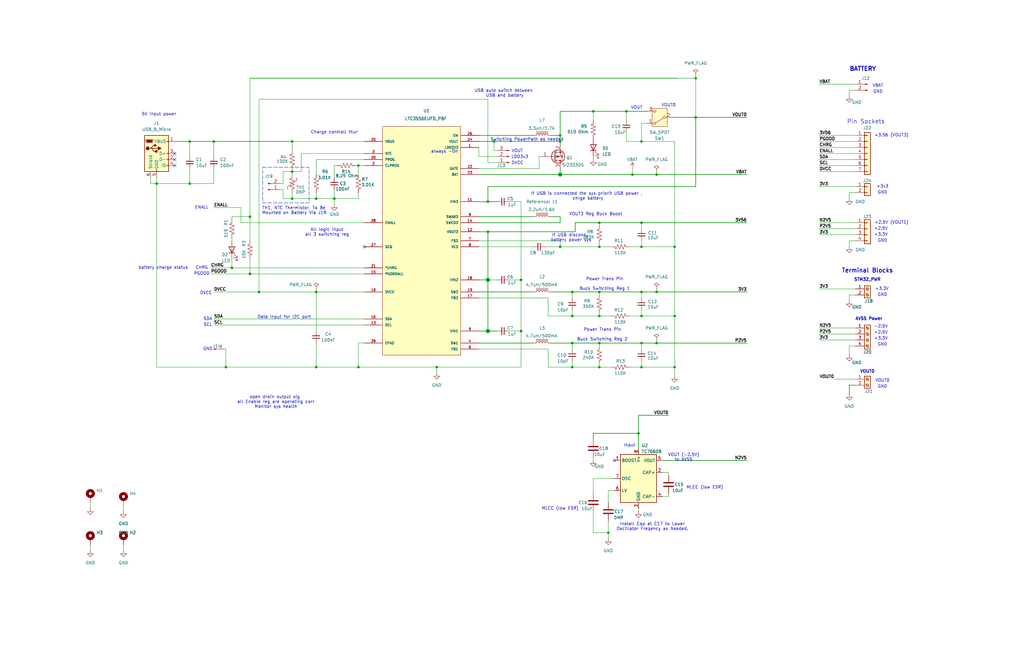
<source format=kicad_sch>
(kicad_sch (version 20250114) (generator "eeschema") (generator_version "9.0")
  (paper "B")
  (title_block (title "LTC3556EUFD_PBF") (date "11/11/2024") (rev "1.1") (company "Team 9") (comment 1 "Kirk Young"))
  (rectangle (start 110.744 70.612) (end 130.302 85.598) (stroke (width 0) (type dash)))
  (text "Power Trans Pin\n\nBuck Switching Reg 2" (at 254 141.224 0) (effects (font (size 1.27 1.27))))
  (text "GND" (at 372.11 163.195 0) (effects (font (size 1.27 1.27))))
  (text "GND" (at 372.11 124.46 0) (effects (font (size 1.27 1.27))))
  (text "+3.3V" (at 371.475 142.875 0) (effects (font (size 1.27 1.27))))
  (text "Charge controll thur" (at 140.97 55.88 0) (effects (font (size 1.27 1.27))))
  (text "Data input for I2C port" (at 119.888 133.858 0) (effects (font (size 1.27 1.27))))
  (text "VOUT" (at 218.186 63.754 0) (effects (font (size 1.27 1.27))))
  (text "AVSS Power" (at 366.395 134.62 0) (effects (font (size 1.27 1.27) (thickness 0.254) (bold yes))))
  (text "GND" (at 372.11 101.6 0) (effects (font (size 1.27 1.27))))
  (text "+2.5V" (at 371.475 96.52 0) (effects (font (size 1.27 1.27))))
  (text "LDO3v3" (at 219.202 66.294 0) (effects (font (size 1.27 1.27))))
  (text "BATTERY" (at 363.855 29.21 0) (effects (font (size 1.778 1.778) (thickness 0.3556) (bold yes))))
  (text "VOUT\n" (at 268.478 45.466 0) (effects (font (size 1.27 1.27))))
  (text "SDA" (at 87.63 134.62 0) (effects (font (size 1.27 1.27))))
  (text "If USB is connected the sys priorit USB power , \nchrge battery" (at 247.904 82.804 0) (effects (font (size 1.27 1.27))))
  (text "Input" (at 265.43 187.96 0) (effects (font (size 1.27 1.27))))
  (text "MLCC (low ESR)" (at 236.22 214.63 0) (effects (font (size 1.27 1.27))))
  (text "VOUT0\n" (at 365.76 156.845 0) (effects (font (size 1.27 1.27) (thickness 0.254) (bold yes))))
  (text "VOUT0\n" (at 281.94 44.45 0) (effects (font (size 1.27 1.27))))
  (text "+3v3" (at 372.11 78.74 0) (effects (font (size 1.27 1.27))))
  (text "always -On" (at 187.452 64.008 0) (effects (font (size 1.27 1.27))))
  (text "DVCC" (at 86.868 123.698 0) (effects (font (size 1.27 1.27))))
  (text "+3.3V" (at 371.475 99.06 0) (effects (font (size 1.27 1.27))))
  (text "+2.5V" (at 371.475 140.335 0) (effects (font (size 1.27 1.27))))
  (text "+3.3V" (at 368.935 121.92 0) (effects (font (size 1.27 1.27)) (justify left)))
  (text "-2.5V" (at 371.475 137.795 0) (effects (font (size 1.27 1.27))))
  (text "All logic input\nall 3 switching reg" (at 137.922 98.044 0) (effects (font (size 1.27 1.27))))
  (text "VOUT0\n" (at 372.11 160.655 0) (effects (font (size 1.27 1.27) (thickness 0.1588))))
  (text "GND" (at 370.205 38.735 0) (effects (font (size 1.27 1.27))))
  (text "SCL" (at 87.63 137.16 0) (effects (font (size 1.27 1.27))))
  (text "TH1, NTC Thermistor, To Be\nMounted on Battery Via J19" (at 110.49 88.9 0) (effects (font (size 1.27 1.27)) (justify left)))
  (text "Terminal Blocks" (at 365.76 114.3 0) (effects (font (size 1.778 1.778) (thickness 0.3048) (bold yes))))
  (text "5V input power" (at 67.056 48.26 0) (effects (font (size 1.27 1.27))))
  (text "VBAT" (at 370.205 36.195 0) (effects (font (size 1.27 1.27))))
  (text "GND" (at 372.11 145.415 0) (effects (font (size 1.27 1.27))))
  (text "USB auto switch between \nUSB and battery" (at 212.852 39.37 0) (effects (font (size 1.27 1.27))))
  (text "GND" (at 372.11 81.28 0) (effects (font (size 1.27 1.27))))
  (text "Switching PowerPath as needed\n\n" (at 222.25 59.944 0) (effects (font (size 1.27 1.27))))
  (text "Power Trans Pin\n\nBuck Switching Reg 1" (at 255.016 119.888 0) (effects (font (size 1.27 1.27))))
  (text "DVCC" (at 218.186 68.834 0) (effects (font (size 1.27 1.27))))
  (text "VOUT (-2.5V)\nto AVSS" (at 288.29 193.04 0) (effects (font (size 1.27 1.27))))
  (text "If USB disconn, \nbattery power sys\n" (at 240.792 100.33 0) (effects (font (size 1.27 1.27))))
  (text "Pin Sockets" (at 365.125 51.435 0) (effects (font (size 1.778 1.778))))
  (text "Install Cap at C17 to Lower \nOscillator Freqency as Needed. " (at 275.59 222.25 0) (effects (font (size 1.27 1.27))))
  (text "open drain output sig \nall Enable reg are operating corr\nMonitor sys health" (at 116.332 169.672 0) (effects (font (size 1.27 1.27))))
  (text "GND" (at 87.63 147.32 0) (effects (font (size 1.27 1.27))))
  (text "+3.56 (VOUT3)" (at 375.92 57.15 0) (effects (font (size 1.27 1.27))))
  (text "ENALL" (at 85.09 87.63 0) (effects (font (size 1.27 1.27))))
  (text "STM32_PWR" (at 365.76 118.11 0) (effects (font (size 1.27 1.27) (thickness 0.254) (bold yes))))
  (text "battery charge status" (at 68.834 113.03 0) (effects (font (size 1.27 1.27))))
  (text "PGOOD" (at 85.09 115.57 0) (effects (font (size 1.27 1.27))))
  (text "+2.5V (VOUT1)" (at 375.92 93.98 0) (effects (font (size 1.27 1.27))))
  (text "MLCC (low ESR)" (at 297.18 205.74 0) (effects (font (size 1.27 1.27))))
  (text "CHRG" (at 85.09 113.03 0) (effects (font (size 1.27 1.27))))
  (text "VOUT3 Reg Buck Boost" (at 251.206 90.424 0) (effects (font (size 1.27 1.27))))
  (junction (at 123.19 59.69))
  (junction (at 269.24 182.88))
  (junction (at 264.16 46.99))
  (junction (at 276.86 144.78))
  (junction (at 90.17 59.69))
  (junction (at 270.51 144.78))
  (junction (at 184.15 154.94))
  (junction (at 276.86 73.66))
  (junction (at 284.48 104.14))
  (junction (at 123.19 83.82))
  (junction (at 270.51 133.35))
  (junction (at 252.73 123.19))
  (junction (at 80.01 59.69))
  (junction (at 205.74 139.7) (diameter 1.524))
  (junction (at 276.86 123.19))
  (junction (at 133.35 154.94))
  (junction (at 270.51 59.69))
  (junction (at 80.01 77.47))
  (junction (at 241.3 123.19))
  (junction (at 236.22 104.14))
  (junction (at 252.73 154.94))
  (junction (at 241.3 144.78))
  (junction (at 66.04 77.47))
  (junction (at 133.35 83.82))
  (junction (at 293.37 33.02))
  (junction (at 109.22 123.19))
  (junction (at 236.22 57.15))
  (junction (at 236.22 59.69))
  (junction (at 219.71 118.11))
  (junction (at 241.3 154.94))
  (junction (at 123.19 72.39))
  (junction (at 151.13 154.94))
  (junction (at 250.19 46.99))
  (junction (at 284.48 133.35))
  (junction (at 241.3 133.35))
  (junction (at 270.51 154.94))
  (junction (at 252.73 144.78))
  (junction (at 140.97 83.82))
  (junction (at 266.7 73.66))
  (junction (at 205.74 85.09))
  (junction (at 133.35 123.19))
  (junction (at 105.41 91.44))
  (junction (at 236.22 73.66) (diameter 1.524))
  (junction (at 252.73 133.35))
  (junction (at 270.51 104.14))
  (junction (at 293.37 49.53))
  (junction (at 252.73 104.14))
  (junction (at 256.54 224.79))
  (junction (at 97.79 113.03))
  (junction (at 205.74 97.79))
  (junction (at 95.25 154.94))
  (junction (at 105.41 115.57))
  (junction (at 252.73 93.98))
  (junction (at 205.74 118.11) (diameter 1.524))
  (junction (at 284.48 154.94))
  (junction (at 219.71 139.7))
  (junction (at 208.28 59.69))
  (junction (at 151.13 69.85))
  (junction (at 270.51 123.19))
  (junction (at 270.51 93.98))
  (no_connect (at 259.08 194.31))
  (no_connect (at 73.66 64.77))
  (no_connect (at 73.66 67.31))
  (no_connect (at 73.66 69.85))
  (no_connect (at 153.67 104.14))
  (wire (pts (xy 90.17 134.62) (xy 153.67 134.62)))
  (wire (pts (xy 279.4 209.55) (xy 281.94 209.55)))
  (wire (pts (xy 90.17 77.47) (xy 80.01 77.47)))
  (wire (pts (xy 241.3 152.4) (xy 241.3 154.94)))
  (wire (pts (xy 201.93 73.66) (xy 236.22 73.66)) (stroke (width 0.254)))
  (wire (pts (xy 201.93 57.15) (xy 224.79 57.15)) (stroke (width 0.254)))
  (wire (pts (xy 273.05 52.07) (xy 270.51 52.07)))
  (wire (pts (xy 345.44 35.56) (xy 360.68 35.56)))
  (wire (pts (xy 52.07 213.36) (xy 52.07 215.9)))
  (wire (pts (xy 105.41 33.02) (xy 105.41 91.44)))
  (wire (pts (xy 133.35 123.19) (xy 153.67 123.19)))
  (wire (pts (xy 109.22 123.19) (xy 133.35 123.19)))
  (wire (pts (xy 205.74 78.74) (xy 205.74 85.09)) (stroke (width 0.254)))
  (wire (pts (xy 345.44 57.15) (xy 360.68 57.15)))
  (wire (pts (xy 95.25 147.32) (xy 95.25 154.94)))
  (wire (pts (xy 358.14 124.46) (xy 358.14 127)))
  (wire (pts (xy 264.16 55.88) (xy 264.16 59.69)))
  (wire (pts (xy 236.22 71.12) (xy 236.22 73.66)) (stroke (width 0.254)))
  (wire (pts (xy 151.13 69.85) (xy 151.13 73.66)))
  (wire (pts (xy 140.97 83.82) (xy 140.97 86.36)))
  (wire (pts (xy 227.33 71.12) (xy 227.33 66.04)))
  (wire (pts (xy 236.22 93.98) (xy 201.93 93.98)) (stroke (width 0.254)))
  (wire (pts (xy 151.13 69.85) (xy 153.67 69.85)))
  (wire (pts (xy 358.14 83.82) (xy 358.14 81.28)))
  (wire (pts (xy 345.44 121.92) (xy 360.68 121.92)))
  (wire (pts (xy 73.66 59.69) (xy 80.01 59.69)) (stroke (width 0.254)))
  (wire (pts (xy 236.22 46.99) (xy 236.22 57.15)) (stroke (width 0.254)))
  (wire (pts (xy 205.74 41.91) (xy 109.22 41.91)))
  (wire (pts (xy 358.14 38.1) (xy 358.14 40.64)))
  (wire (pts (xy 252.73 93.98) (xy 252.73 95.25)))
  (wire (pts (xy 201.93 144.78) (xy 224.79 144.78)) (stroke (width 0.254)))
  (wire (pts (xy 266.7 73.66) (xy 276.86 73.66)) (stroke (width 0.254)))
  (wire (pts (xy 140.97 69.85) (xy 140.97 74.93)))
  (wire (pts (xy 66.04 77.47) (xy 66.04 154.94)))
  (wire (pts (xy 345.44 72.39) (xy 360.68 72.39)))
  (wire (pts (xy 88.9 113.03) (xy 97.79 113.03)))
  (wire (pts (xy 270.51 59.69) (xy 284.48 59.69)))
  (wire (pts (xy 201.93 85.09) (xy 205.74 85.09)) (stroke (width 0.254)))
  (wire (pts (xy 293.37 31.75) (xy 293.37 33.02)))
  (wire (pts (xy 252.73 146.05) (xy 252.73 144.78)))
  (wire (pts (xy 80.01 59.69) (xy 80.01 66.04)))
  (wire (pts (xy 101.6 93.98) (xy 153.67 93.98)))
  (wire (pts (xy 38.1 212.09) (xy 38.1 214.63)))
  (wire (pts (xy 227.33 66.04) (xy 228.6 66.04)))
  (wire (pts (xy 201.93 91.44) (xy 224.79 91.44)) (stroke (width 0.254)))
  (wire (pts (xy 123.19 72.39) (xy 123.19 73.66)))
  (wire (pts (xy 284.48 154.94) (xy 284.48 158.75)))
  (wire (pts (xy 140.97 69.85) (xy 142.24 69.85)))
  (wire (pts (xy 63.5 77.47) (xy 66.04 77.47)))
  (wire (pts (xy 360.68 146.05) (xy 358.14 146.05)))
  (wire (pts (xy 119.38 72.39) (xy 123.19 72.39)))
  (wire (pts (xy 90.17 123.19) (xy 109.22 123.19)))
  (wire (pts (xy 345.44 62.23) (xy 360.68 62.23)))
  (wire (pts (xy 151.13 144.78) (xy 153.67 144.78)))
  (wire (pts (xy 270.51 123.19) (xy 276.86 123.19)) (stroke (width 0.254)))
  (wire (pts (xy 270.51 96.52) (xy 270.51 93.98)))
  (wire (pts (xy 97.79 91.44) (xy 105.41 91.44)))
  (wire (pts (xy 270.51 133.35) (xy 284.48 133.35)))
  (wire (pts (xy 358.14 162.56) (xy 360.68 162.56)) (stroke (width 0.254)))
  (wire (pts (xy 252.73 124.46) (xy 252.73 123.19)))
  (wire (pts (xy 232.41 144.78) (xy 241.3 144.78)) (stroke (width 0.254)))
  (wire (pts (xy 264.16 46.99) (xy 273.05 46.99)) (stroke (width 0.254)))
  (wire (pts (xy 201.93 59.69) (xy 208.28 59.69)) (stroke (width 0.254)))
  (wire (pts (xy 153.67 64.77) (xy 127 64.77)))
  (wire (pts (xy 241.3 130.81) (xy 241.3 133.35)))
  (wire (pts (xy 270.51 130.81) (xy 270.51 133.35)))
  (wire (pts (xy 109.22 41.91) (xy 109.22 123.19)))
  (wire (pts (xy 127 64.77) (xy 127 72.39)))
  (wire (pts (xy 345.44 140.97) (xy 360.68 140.97)))
  (wire (pts (xy 358.14 81.28) (xy 360.68 81.28)))
  (wire (pts (xy 276.86 123.19) (xy 314.96 123.19)) (stroke (width 0.254)))
  (wire (pts (xy 270.51 147.32) (xy 270.51 144.78)))
  (wire (pts (xy 201.93 66.04) (xy 209.55 66.04)))
  (wire (pts (xy 205.74 97.79) (xy 242.57 97.79)) (stroke (width 0.254)))
  (wire (pts (xy 201.93 97.79) (xy 205.74 97.79)) (stroke (width 0.254)))
  (wire (pts (xy 229.87 104.14) (xy 236.22 104.14)))
  (wire (pts (xy 123.19 83.82) (xy 133.35 83.82)))
  (wire (pts (xy 201.93 123.19) (xy 224.79 123.19)) (stroke (width 0.254)))
  (wire (pts (xy 256.54 224.79) (xy 256.54 219.71)))
  (wire (pts (xy 95.25 154.94) (xy 133.35 154.94)))
  (wire (pts (xy 241.3 125.73) (xy 241.3 123.19)))
  (wire (pts (xy 151.13 144.78) (xy 151.13 154.94)))
  (wire (pts (xy 252.73 93.98) (xy 270.51 93.98)) (stroke (width 0.254)))
  (wire (pts (xy 252.73 133.35) (xy 252.73 132.08)))
  (wire (pts (xy 270.51 52.07) (xy 270.51 59.69)))
  (wire (pts (xy 276.86 143.51) (xy 276.86 144.78)))
  (wire (pts (xy 123.19 63.5) (xy 123.19 59.69)))
  (wire (pts (xy 214.63 139.7) (xy 219.71 139.7)))
  (wire (pts (xy 345.44 99.06) (xy 360.68 99.06)))
  (wire (pts (xy 231.14 147.32) (xy 231.14 154.94)))
  (wire (pts (xy 314.96 49.53) (xy 293.37 49.53)) (stroke (width 0.254)))
  (wire (pts (xy 201.93 125.73) (xy 231.14 125.73)))
  (wire (pts (xy 345.44 93.98) (xy 360.68 93.98)))
  (wire (pts (xy 284.48 104.14) (xy 284.48 133.35)))
  (wire (pts (xy 256.54 227.33) (xy 256.54 224.79)))
  (wire (pts (xy 256.54 212.09) (xy 256.54 207.01)))
  (wire (pts (xy 351.79 160.02) (xy 360.68 160.02)))
  (wire (pts (xy 119.38 77.47) (xy 119.38 72.39)))
  (wire (pts (xy 360.68 38.1) (xy 358.14 38.1)))
  (wire (pts (xy 250.19 201.93) (xy 259.08 201.93)))
  (wire (pts (xy 214.63 118.11) (xy 219.71 118.11)))
  (wire (pts (xy 119.38 83.82) (xy 123.19 83.82)))
  (wire (pts (xy 232.41 123.19) (xy 241.3 123.19)) (stroke (width 0.254)))
  (wire (pts (xy 250.19 182.88) (xy 250.19 185.42)) (stroke (width 0.254)))
  (wire (pts (xy 133.35 83.82) (xy 140.97 83.82)))
  (wire (pts (xy 276.86 73.66) (xy 314.96 73.66)) (stroke (width 0.254)))
  (wire (pts (xy 231.14 133.35) (xy 241.3 133.35)))
  (wire (pts (xy 105.41 109.22) (xy 105.41 115.57)))
  (wire (pts (xy 314.96 194.31) (xy 279.4 194.31)) (stroke (width 0.254)))
  (wire (pts (xy 241.3 154.94) (xy 252.73 154.94)))
  (wire (pts (xy 236.22 91.44) (xy 236.22 93.98)) (stroke (width 0.254)))
  (wire (pts (xy 105.41 33.02) (xy 285.75 33.02)) (stroke (width 0.254)))
  (wire (pts (xy 66.04 77.47) (xy 80.01 77.47)))
  (wire (pts (xy 270.51 154.94) (xy 284.48 154.94)))
  (wire (pts (xy 184.15 154.94) (xy 184.15 157.48)))
  (wire (pts (xy 123.19 71.12) (xy 123.19 72.39)))
  (wire (pts (xy 201.93 118.11) (xy 205.74 118.11)) (stroke (width 0.254)))
  (wire (pts (xy 265.43 133.35) (xy 270.51 133.35)))
  (wire (pts (xy 250.19 215.9) (xy 250.19 224.79)))
  (wire (pts (xy 118.11 77.47) (xy 119.38 77.47)))
  (wire (pts (xy 241.3 147.32) (xy 241.3 144.78)))
  (wire (pts (xy 242.57 93.98) (xy 242.57 97.79)) (stroke (width 0.254)))
  (wire (pts (xy 205.74 139.7) (xy 209.55 139.7)) (stroke (width 0.254)))
  (wire (pts (xy 269.24 175.26) (xy 281.94 175.26)) (stroke (width 0.254)))
  (wire (pts (xy 205.74 85.09) (xy 209.55 85.09)) (stroke (width 0.254)))
  (wire (pts (xy 97.79 109.22) (xy 97.79 113.03)))
  (wire (pts (xy 232.41 91.44) (xy 236.22 91.44)) (stroke (width 0.254)))
  (wire (pts (xy 345.44 138.43) (xy 360.68 138.43)))
  (wire (pts (xy 214.63 85.09) (xy 219.71 85.09)))
  (wire (pts (xy 269.24 175.26) (xy 269.24 182.88)) (stroke (width 0.254)))
  (wire (pts (xy 133.35 81.28) (xy 133.35 83.82)))
  (wire (pts (xy 242.57 93.98) (xy 252.73 93.98)) (stroke (width 0.254)))
  (wire (pts (xy 270.51 93.98) (xy 314.96 93.98)) (stroke (width 0.254)))
  (wire (pts (xy 345.44 69.85) (xy 360.68 69.85)))
  (wire (pts (xy 184.15 154.94) (xy 151.13 154.94)))
  (wire (pts (xy 270.51 125.73) (xy 270.51 123.19)))
  (wire (pts (xy 219.71 85.09) (xy 219.71 118.11)))
  (wire (pts (xy 345.44 96.52) (xy 360.68 96.52)))
  (wire (pts (xy 264.16 46.99) (xy 264.16 50.8)))
  (wire (pts (xy 269.24 214.63) (xy 269.24 215.9)))
  (wire (pts (xy 252.73 104.14) (xy 257.81 104.14)))
  (wire (pts (xy 283.21 49.53) (xy 293.37 49.53)) (stroke (width 0.254)))
  (wire (pts (xy 236.22 101.6) (xy 236.22 104.14)))
  (wire (pts (xy 250.19 46.99) (xy 264.16 46.99)) (stroke (width 0.254)))
  (wire (pts (xy 209.55 68.58) (xy 205.74 68.58)))
  (wire (pts (xy 250.19 66.04) (xy 250.19 67.31)))
  (wire (pts (xy 265.43 104.14) (xy 270.51 104.14)))
  (wire (pts (xy 270.51 152.4) (xy 270.51 154.94)))
  (wire (pts (xy 252.73 154.94) (xy 252.73 153.67)))
  (wire (pts (xy 80.01 59.69) (xy 90.17 59.69)) (stroke (width 0.254)))
  (wire (pts (xy 281.94 209.55) (xy 281.94 208.28)))
  (wire (pts (xy 201.93 104.14) (xy 224.79 104.14)))
  (wire (pts (xy 205.74 118.11) (xy 205.74 97.79)) (stroke (width 0.254)))
  (wire (pts (xy 52.07 229.87) (xy 52.07 232.41)))
  (wire (pts (xy 345.44 67.31) (xy 360.68 67.31)))
  (wire (pts (xy 293.37 33.02) (xy 285.75 33.02)))
  (wire (pts (xy 276.86 72.39) (xy 276.86 73.66)))
  (wire (pts (xy 236.22 59.69) (xy 236.22 57.15)) (stroke (width 0.254)))
  (wire (pts (xy 66.04 154.94) (xy 95.25 154.94)))
  (wire (pts (xy 231.14 154.94) (xy 241.3 154.94)))
  (wire (pts (xy 358.14 146.05) (xy 358.14 149.86)))
  (wire (pts (xy 241.3 144.78) (xy 252.73 144.78)) (stroke (width 0.254)))
  (wire (pts (xy 250.19 224.79) (xy 256.54 224.79)))
  (wire (pts (xy 241.3 123.19) (xy 252.73 123.19)) (stroke (width 0.254)))
  (wire (pts (xy 88.9 115.57) (xy 105.41 115.57)))
  (wire (pts (xy 232.41 57.15) (xy 236.22 57.15)) (stroke (width 0.254)))
  (wire (pts (xy 149.86 69.85) (xy 151.13 69.85)))
  (wire (pts (xy 90.17 87.63) (xy 101.6 87.63)))
  (wire (pts (xy 293.37 49.53) (xy 293.37 78.74)) (stroke (width 0.254)))
  (wire (pts (xy 270.51 144.78) (xy 276.86 144.78)) (stroke (width 0.254)))
  (wire (pts (xy 201.93 66.04) (xy 201.93 62.23)))
  (wire (pts (xy 205.74 118.11) (xy 209.55 118.11)))
  (wire (pts (xy 284.48 59.69) (xy 284.48 104.14)))
  (wire (pts (xy 123.19 81.28) (xy 123.19 83.82)))
  (wire (pts (xy 265.43 154.94) (xy 270.51 154.94)))
  (wire (pts (xy 252.73 123.19) (xy 270.51 123.19)) (stroke (width 0.254)))
  (wire (pts (xy 250.19 182.88) (xy 269.24 182.88)) (stroke (width 0.254)))
  (wire (pts (xy 270.51 101.6) (xy 270.51 104.14)))
  (wire (pts (xy 101.6 87.63) (xy 101.6 93.98)))
  (wire (pts (xy 358.14 162.56) (xy 358.14 166.37)) (stroke (width 0.254)))
  (wire (pts (xy 252.73 104.14) (xy 252.73 102.87)))
  (wire (pts (xy 133.35 67.31) (xy 133.35 73.66)))
  (wire (pts (xy 209.55 63.5) (xy 208.28 63.5)))
  (wire (pts (xy 250.19 46.99) (xy 250.19 50.8)))
  (wire (pts (xy 133.35 121.92) (xy 133.35 123.19)))
  (wire (pts (xy 276.86 121.92) (xy 276.86 123.19)))
  (wire (pts (xy 119.38 80.01) (xy 119.38 83.82)))
  (wire (pts (xy 236.22 73.66) (xy 266.7 73.66)) (stroke (width 0.254)))
  (wire (pts (xy 140.97 80.01) (xy 140.97 83.82)))
  (wire (pts (xy 63.5 74.93) (xy 63.5 77.47)))
  (wire (pts (xy 266.7 71.12) (xy 266.7 73.66)))
  (wire (pts (xy 38.1 229.87) (xy 38.1 232.41)))
  (wire (pts (xy 151.13 81.28) (xy 151.13 83.82)))
  (wire (pts (xy 66.04 74.93) (xy 66.04 77.47)))
  (wire (pts (xy 97.79 113.03) (xy 153.67 113.03)))
  (wire (pts (xy 90.17 59.69) (xy 90.17 66.04)))
  (wire (pts (xy 80.01 71.12) (xy 80.01 77.47)))
  (wire (pts (xy 270.51 104.14) (xy 284.48 104.14)))
  (wire (pts (xy 140.97 83.82) (xy 151.13 83.82)))
  (wire (pts (xy 205.74 68.58) (xy 205.74 41.91)))
  (wire (pts (xy 236.22 59.69) (xy 236.22 60.96)) (stroke (width 0.254)))
  (wire (pts (xy 90.17 137.16) (xy 153.67 137.16)))
  (wire (pts (xy 133.35 67.31) (xy 153.67 67.31)))
  (wire (pts (xy 97.79 91.44) (xy 97.79 92.71)))
  (wire (pts (xy 345.44 143.51) (xy 360.68 143.51)))
  (wire (pts (xy 360.68 124.46) (xy 358.14 124.46)))
  (wire (pts (xy 345.44 59.69) (xy 360.68 59.69)))
  (wire (pts (xy 227.33 71.12) (xy 201.93 71.12)))
  (wire (pts (xy 219.71 118.11) (xy 219.71 139.7)))
  (wire (pts (xy 90.17 59.69) (xy 123.19 59.69)) (stroke (width 0.254)))
  (wire (pts (xy 236.22 46.99) (xy 250.19 46.99)) (stroke (width 0.254)))
  (wire (pts (xy 256.54 207.01) (xy 259.08 207.01)))
  (wire (pts (xy 201.93 101.6) (xy 236.22 101.6)))
  (wire (pts (xy 133.35 154.94) (xy 151.13 154.94)))
  (wire (pts (xy 105.41 115.57) (xy 153.67 115.57)))
  (wire (pts (xy 252.73 144.78) (xy 270.51 144.78)) (stroke (width 0.254)))
  (wire (pts (xy 90.17 71.12) (xy 90.17 77.47)))
  (wire (pts (xy 123.19 59.69) (xy 153.67 59.69)))
  (wire (pts (xy 264.16 59.69) (xy 270.51 59.69)))
  (wire (pts (xy 293.37 33.02) (xy 293.37 49.53)))
  (wire (pts (xy 123.19 72.39) (xy 127 72.39)))
  (wire (pts (xy 118.11 80.01) (xy 119.38 80.01)))
  (wire (pts (xy 219.71 154.94) (xy 184.15 154.94)))
  (wire (pts (xy 284.48 133.35) (xy 284.48 154.94)))
  (wire (pts (xy 250.19 208.28) (xy 250.19 201.93)))
  (wire (pts (xy 201.93 147.32) (xy 231.14 147.32)))
  (wire (pts (xy 269.24 182.88) (xy 269.24 189.23)) (stroke (width 0.254)))
  (wire (pts (xy 358.14 104.14) (xy 358.14 101.6)))
  (wire (pts (xy 133.35 154.94) (xy 133.35 144.78)))
  (wire (pts (xy 97.79 101.6) (xy 97.79 100.33)))
  (wire (pts (xy 250.19 193.04) (xy 250.19 194.31)))
  (wire (pts (xy 201.93 139.7) (xy 205.74 139.7)) (stroke (width 0.254)))
  (wire (pts (xy 208.28 59.69) (xy 208.28 63.5)))
  (wire (pts (xy 105.41 91.44) (xy 105.41 101.6)))
  (wire (pts (xy 205.74 118.11) (xy 205.74 139.7)) (stroke (width 0.254)))
  (wire (pts (xy 133.35 123.19) (xy 133.35 139.7)))
  (wire (pts (xy 345.44 64.77) (xy 360.68 64.77)))
  (wire (pts (xy 236.22 104.14) (xy 252.73 104.14)))
  (wire (pts (xy 279.4 199.39) (xy 281.94 199.39)))
  (wire (pts (xy 345.44 78.74) (xy 360.68 78.74)))
  (wire (pts (xy 219.71 139.7) (xy 219.71 154.94)))
  (wire (pts (xy 208.28 59.69) (xy 236.22 59.69)) (stroke (width 0.254)))
  (wire (pts (xy 205.74 78.74) (xy 293.37 78.74)) (stroke (width 0.254)))
  (wire (pts (xy 358.14 101.6) (xy 360.68 101.6)))
  (wire (pts (xy 276.86 144.78) (xy 314.96 144.78)) (stroke (width 0.254)))
  (wire (pts (xy 252.73 133.35) (xy 257.81 133.35)))
  (wire (pts (xy 231.14 125.73) (xy 231.14 133.35)))
  (wire (pts (xy 252.73 154.94) (xy 257.81 154.94)))
  (wire (pts (xy 241.3 133.35) (xy 252.73 133.35)))
  (wire (pts (xy 281.94 199.39) (xy 281.94 200.66)))
  (label "SDA" (at 345.44 67.31 0) (effects (font (thickness 0.254) (bold yes))))
  (label "PGOOD" (at 88.9 115.57 0) (effects (font (thickness 0.254) (bold yes))))
  (label "P2V5" (at 314.96 144.78 180) (effects (font (thickness 0.254) (bold yes))))
  (label "3V3" (at 314.96 123.19 180) (effects (font (thickness 0.254) (bold yes))))
  (label "CHRG" (at 345.44 62.23 0) (effects (font (thickness 0.254) (bold yes))))
  (label "SCL" (at 90.17 137.16 0) (effects (font (thickness 0.254) (bold yes))))
  (label "VOUT0" (at 351.79 160.02 180) (effects (font (thickness 0.254) (bold yes))))
  (label "3V3" (at 345.44 99.06 0) (effects (font (thickness 0.254) (bold yes))))
  (label "3V56" (at 345.44 57.15 0) (effects (font (thickness 0.254) (bold yes))))
  (label "SDA" (at 90.17 134.62 0) (effects (font (thickness 0.254) (bold yes))))
  (label "3V56" (at 314.96 93.98 180) (effects (font (thickness 0.254) (bold yes))))
  (label "P2V5" (at 345.44 140.97 0) (effects (font (thickness 0.254) (bold yes))))
  (label "3V3" (at 345.44 121.92 0) (effects (font (thickness 0.254) (bold yes))))
  (label "VOUT0" (at 314.96 49.53 180) (effects (font (thickness 0.254) (bold yes))))
  (label "VBAT" (at 345.44 35.56 0) (effects (font (thickness 0.254) (bold yes))))
  (label "CHRG" (at 88.9 113.03 0) (effects (font (thickness 0.254) (bold yes))))
  (label "N2V5" (at 314.96 194.31 180) (effects (font (thickness 0.254) (bold yes))))
  (label "DVCC" (at 90.17 123.19 0) (effects (font (thickness 0.254) (bold yes))))
  (label "PGOOD" (at 345.44 59.69 0) (effects (font (thickness 0.254) (bold yes))))
  (label "N2V5" (at 345.44 93.98 0) (effects (font (thickness 0.254) (bold yes))))
  (label "3V3" (at 345.44 78.74 0) (effects (font (thickness 0.254) (bold yes))))
  (label "P2V5" (at 345.44 96.52 0) (effects (font (thickness 0.254) (bold yes))))
  (label "ENALL" (at 345.44 64.77 0) (effects (font (thickness 0.254) (bold yes))))
  (label "DVCC" (at 345.44 72.39 0) (effects (font (thickness 0.254) (bold yes))))
  (label "ENALL" (at 90.17 87.63 0) (effects (font (thickness 0.254) (bold yes))))
  (label "N2V5" (at 345.44 138.43 0) (effects (font (thickness 0.254) (bold yes))))
  (label "SCL" (at 345.44 69.85 0) (effects (font (thickness 0.254) (bold yes))))
  (label "VBAT" (at 314.96 73.66 180) (effects (font (thickness 0.254) (bold yes))))
  (label "VOUT0" (at 281.94 175.26 180) (effects (font (thickness 0.254) (bold yes))))
  (label "3V3" (at 345.44 143.51 0) (effects (font (thickness 0.254) (bold yes))))
  (symbol (lib_id "power:GND") (at 250.19 67.31 0) (mirror y) (unit 1)
    (property "Reference" "#PWR017" (effects (hide yes)))
    (property "Value" "GND" (at 254 69.342 0))
    (property "Description" "Power symbol creates a global label with name \"GND\" , ground" (effects (hide yes)))
  )
  (symbol (lib_id "Device:L_Iron") (at 228.6 57.15 270) (mirror x) (unit 1)
    (property "Reference" "L7" (at 228.6 50.8 90))
    (property "Value" "3.3uH/1.7A" (at 228.346 54.102 90))
    (property "Footprint" "Inductor_SMD:L_Coilcraft_LPS4018" (effects (hide yes)))
    (property "Datasheet" "https://www.mouser.com/ProductDetail/Coilcraft/LPS4018-332MRC?qs=QQJxVsr8EGapQGERfchnNw%3D%3D" (effects (hide yes)))
    (property "Description" "Inductor with iron core" (effects (hide yes)))
  )
  (symbol (lib_name "SW_SPDT_1") (lib_id "Switch:SW_SPDT") (at 278.13 49.53 180) (unit 1)
    (property "Reference" "SW1" (at 278.13 58.42 0))
    (property "Value" "SW_SPDT" (at 278.13 55.88 0))
    (property "Footprint" "Button_Switch_THT:SW_Slide_SPDT_Straight_CK_OS102011MS2Q" (effects (hide yes)))
    (property "Description" "Switch, single pole double throw" (effects (hide yes)))
    (property "MPN" "C480342" (effects (hide yes)))
  )
  (symbol (lib_id "Device:R_US") (at 261.62 133.35 90) (mirror x) (unit 1)
    (property "Reference" "R12" (at 262.89 130.81 90) (effects (justify left)))
    (property "Value" "110K" (at 264.16 135.89 90) (effects (justify left)))
    (property "Footprint" "Resistor_SMD:R_0402_1005Metric_Pad0.72x0.64mm_HandSolder" (effects (hide yes)))
    (property "Description" "Resistor, US symbol" (effects (hide yes)))
  )
  (symbol (lib_name "LED_1") (lib_id "Device:LED") (at 97.79 105.41 90) (unit 1)
    (property "Reference" "D2" (at 93.472 107.442 90) (effects (justify right)))
    (property "Value" "LED" (at 93.472 109.982 90) (effects (justify right)))
    (property "Footprint" "LED_SMD:LED_0805_2012Metric_Pad1.15x1.40mm_HandSolder" (effects (hide yes)))
    (property "Description" "Light emitting diode" (effects (hide yes)))
    (property "Sim.Pins" "1=K 2=A" (effects (hide yes)))
  )
  (symbol (lib_id "Device:C_Small") (at 212.09 118.11 270) (mirror x) (unit 1)
    (property "Reference" "C6" (at 215.138 116.84 90))
    (property "Value" "1uF" (at 215.9 119.38 90))
    (property "Footprint" "Capacitor_SMD:C_0402_1005Metric" (effects (hide yes)))
    (property "Description" "Unpolarized capacitor, small symbol" (effects (hide yes)))
  )
  (symbol (lib_id "power:GND") (at 358.14 166.37 0) (mirror y) (unit 1)
    (property "Reference" "#PWR010" (effects (hide yes)))
    (property "Value" "GND" (at 358.14 171.45 0))
    (property "Description" "Power symbol creates a global label with name \"GND\" , ground" (effects (hide yes)))
  )
  (symbol (lib_id "power:GND") (at 358.14 149.86 0) (mirror y) (unit 1)
    (property "Reference" "#PWR02" (effects (hide yes)))
    (property "Value" "GND" (at 361.315 153.035 0))
    (property "Description" "Power symbol creates a global label with name \"GND\" , ground" (effects (hide yes)))
  )
  (symbol (lib_id "power:GND") (at 358.14 127 0) (unit 1)
    (property "Reference" "#PWR016" (effects (hide yes)))
    (property "Value" "GND" (at 361.315 129.54 0))
    (property "Description" "Power symbol creates a global label with name \"GND\" , ground" (effects (hide yes)))
  )
  (symbol (lib_id "power:GND") (at 38.1 214.63 0) (mirror y) (unit 1)
    (property "Reference" "#PWR06" (effects (hide yes)))
    (property "Value" "GND" (at 52.07 224.79 0))
    (property "Description" "Power symbol creates a global label with name \"GND\" , ground" (effects (hide yes)))
  )
  (symbol (lib_id "Transistor_FET:Si2319CDS") (at 233.68 66.04 0) (mirror x) (unit 1)
    (property "Reference" "Q1" (at 238.76 66.548 0) (effects (justify left)))
    (property "Value" "SI2333DS" (at 236.982 69.596 0) (effects (justify left)))
    (property "Footprint" "Package_TO_SOT_SMD:SOT-23" (effects (hide yes)))
    (property "Datasheet" "http://www.vishay.com/docs/66709/si2319cd.pdf" (effects (hide yes)))
    (property "Description" "-4.4A Id, -40V Vds, P-Channel MOSFET, SOT-23" (effects (hide yes)))
  )
  (symbol (lib_id "Device:C") (at 250.19 189.23 0) (unit 1)
    (property "Reference" "C18" (at 256.54 189.23 0) (effects (justify right)))
    (property "Value" "10uF" (at 255.27 191.77 0) (effects (justify right)))
    (property "Footprint" "Capacitor_SMD:C_0805_2012Metric_Pad1.18x1.45mm_HandSolder" (effects (hide yes)))
    (property "Description" "Unpolarized capacitor" (effects (hide yes)))
  )
  (symbol (lib_id "power:PWR_FLAG") (at 276.86 121.92 0) (unit 1)
    (property "Reference" "#FLG04" (effects (hide yes)))
    (property "Value" "PWR_FLAG" (at 276.86 116.84 0))
    (property "Description" "Special symbol for telling ERC where power comes from" (effects (hide yes)))
  )
  (symbol (lib_id "Connector:USB_B_Micro") (at 66.04 64.77 0) (unit 1)
    (property "Reference" "J1" (at 66.04 52.07 0))
    (property "Value" "USB_B_Micro" (at 66.04 54.61 0))
    (property "Footprint" "Connector_USB:USB_Micro-B_Amphenol_10118194-0001LF_Horizontal" (effects (hide yes)))
    (property "Description" "USB Micro Type B connector" (effects (hide yes)))
    (property "MPN" "C10418" (effects (hide yes)))
  )
  (symbol (lib_id "power:GND") (at 184.15 157.48 0) (mirror y) (unit 1)
    (property "Reference" "#PWR014" (effects (hide yes)))
    (property "Value" "GND" (at 184.15 162.56 0))
    (property "Description" "Power symbol creates a global label with name \"GND\" , ground" (effects (hide yes)))
  )
  (symbol (lib_id "Connector:Screw_Terminal_01x04") (at 365.76 140.97 0) (unit 1)
    (property "Reference" "J20" (at 363.982 148.59 0) (effects (justify left)))
    (property "Value" "Screw_Terminal_01x04" (effects (hide yes)))
    (property "Footprint" "TerminalBlock_Phoenix:TerminalBlock_Phoenix_MPT-0,5-4-2.54_1x04_P2.54mm_Horizontal" (effects (hide yes)))
    (property "Description" "Generic screw terminal, single row, 01x04, script generated (kicad-library-utils/schlib/autogen/connector/)" (effects (hide yes)))
    (property "MPN" "C474922" (effects (hide yes)))
  )
  (symbol (lib_id "Mechanical:MountingHole_Pad") (at 38.1 209.55 0) (unit 1) (exclude_from_sim yes) (in_bom no)
    (property "Reference" "H1" (at 40.64 207.0099 0) (effects (justify left)))
    (property "Value" "MountingHole_Pad" (effects (hide yes)))
    (property "Footprint" "MountingHole:MountingHole_3.5mm_Pad_TopBottom" (effects (hide yes)))
    (property "Description" "Mounting Hole with connection" (effects (hide yes)))
  )
  (symbol (lib_id "power:GND") (at 269.24 215.9 0) (mirror y) (unit 1)
    (property "Reference" "#PWR019" (effects (hide yes)))
    (property "Value" "GND" (at 273.05 217.17 0))
    (property "Description" "Power symbol creates a global label with name \"GND\" , ground" (effects (hide yes)))
  )
  (symbol (lib_id "Device:C_Small") (at 140.97 77.47 0) (mirror x) (unit 1)
    (property "Reference" "C3" (at 144.526 77.47 0))
    (property "Value" "100nF" (at 144.526 79.756 0))
    (property "Footprint" "Capacitor_SMD:C_0402_1005Metric" (effects (hide yes)))
    (property "Description" "Unpolarized capacitor, small symbol" (effects (hide yes)))
  )
  (symbol (lib_id "Connector_Generic:Conn_01x04") (at 365.76 96.52 0) (unit 1)
    (property "Reference" "J23" (at 363.855 91.44 0) (effects (justify left)))
    (property "Value" "Conn_01x04" (effects (hide yes)))
    (property "Footprint" "Connector_PinSocket_2.54mm:PinSocket_1x04_P2.54mm_Vertical" (effects (hide yes)))
    (property "Description" "Generic connector, single row, 01x04, script generated (kicad-library-utils/schlib/autogen/connector/)" (effects (hide yes)))
    (property "MPN" "C2685089" (effects (hide yes)))
  )
  (symbol (lib_id "Device:C_Small") (at 212.09 85.09 270) (mirror x) (unit 1)
    (property "Reference" "C5" (at 215.138 83.82 90))
    (property "Value" "1uF" (at 215.9 86.36 90))
    (property "Footprint" "Capacitor_SMD:C_0402_1005Metric" (effects (hide yes)))
    (property "Description" "Unpolarized capacitor, small symbol" (effects (hide yes)))
  )
  (symbol (lib_id "Mechanical:MountingHole_Pad") (at 38.1 227.33 0) (unit 1) (exclude_from_sim yes) (in_bom no)
    (property "Reference" "H3" (at 40.64 224.7899 0) (effects (justify left)))
    (property "Value" "MountingHole_Pad" (effects (hide yes)))
    (property "Footprint" "MountingHole:MountingHole_3.5mm_Pad_TopBottom" (effects (hide yes)))
    (property "Description" "Mounting Hole with connection" (effects (hide yes)))
  )
  (symbol (lib_id "Device:R_US") (at 261.62 154.94 90) (mirror x) (unit 1)
    (property "Reference" "R13" (at 263.652 152.4 90) (effects (justify left)))
    (property "Value" "110K" (at 264.16 157.48 90) (effects (justify left)))
    (property "Footprint" "Resistor_SMD:R_0402_1005Metric_Pad0.72x0.64mm_HandSolder" (effects (hide yes)))
    (property "Description" "Resistor, US symbol" (effects (hide yes)))
  )
  (symbol (lib_id "Device:R_US") (at 105.41 105.41 0) (mirror y) (unit 1)
    (property "Reference" "R3" (at 102.87 104.14 90) (effects (justify left)))
    (property "Value" "10K" (at 102.87 109.22 90) (effects (justify left)))
    (property "Footprint" "Resistor_SMD:R_0402_1005Metric_Pad0.72x0.64mm_HandSolder" (effects (hide yes)))
    (property "Description" "Resistor, US symbol" (effects (hide yes)))
  )
  (symbol (lib_id "Mechanical:MountingHole_Pad") (at 52.07 210.82 0) (unit 1) (exclude_from_sim yes) (in_bom no)
    (property "Reference" "H4" (at 54.61 208.2799 0) (effects (justify left)))
    (property "Value" "MountingHole_Pad" (effects (hide yes)))
    (property "Footprint" "MountingHole:MountingHole_3.5mm_Pad_TopBottom" (effects (hide yes)))
    (property "Description" "Mounting Hole with connection" (effects (hide yes)))
  )
  (symbol (lib_id "Device:C_Small") (at 241.3 128.27 0) (mirror y) (unit 1)
    (property "Reference" "C9" (at 234.95 128.27 0) (effects (justify right)))
    (property "Value" "10pF" (at 234.95 130.81 0) (effects (justify right)))
    (property "Footprint" "Capacitor_SMD:C_0402_1005Metric" (effects (hide yes)))
    (property "Description" "Unpolarized capacitor, small symbol" (effects (hide yes)))
  )
  (symbol (lib_id "Device:C_Small") (at 80.01 68.58 0) (unit 1)
    (property "Reference" "C1" (at 82.55 67.3162 0) (effects (justify left)))
    (property "Value" "10uF" (at 82.55 69.8562 0) (effects (justify left)))
    (property "Footprint" "Capacitor_SMD:C_1206_3216Metric" (effects (hide yes)))
    (property "Description" "Unpolarized capacitor, small symbol" (effects (hide yes)))
  )
  (symbol (lib_id "power:+BATT") (at 266.7 71.12 0) (unit 1)
    (property "Reference" "#PWR09" (effects (hide yes)))
    (property "Value" "VBAT" (at 266.7 67.31 0))
    (property "Description" "Power symbol creates a global label with name \"+BATT\"" (effects (hide yes)))
  )
  (symbol (lib_id "Device:R_US") (at 250.19 54.61 0) (mirror y) (unit 1)
    (property "Reference" "R5" (at 247.65 53.3399 0) (effects (justify left)))
    (property "Value" "510 Ohm" (at 248.158 55.626 0) (effects (justify left)))
    (property "Footprint" "Resistor_SMD:R_0402_1005Metric_Pad0.72x0.64mm_HandSolder" (effects (hide yes)))
    (property "Description" "Resistor, US symbol" (effects (hide yes)))
  )
  (symbol (lib_id "Device:LED") (at 250.19 62.23 90) (unit 1)
    (property "Reference" "D1" (at 254 62.5474 90) (effects (justify right)))
    (property "Value" "LED" (at 254 65.0874 90) (effects (justify right)))
    (property "Footprint" "LED_SMD:LED_0805_2012Metric_Pad1.15x1.40mm_HandSolder" (effects (hide yes)))
    (property "Description" "Light emitting diode" (effects (hide yes)))
    (property "Sim.Pins" "1=K 2=A" (effects (hide yes)))
  )
  (symbol (lib_id "Device:R_US") (at 252.73 128.27 0) (mirror y) (unit 1)
    (property "Reference" "R9" (at 248.92 127 0) (effects (justify left)))
    (property "Value" "350K" (at 250.698 129.286 0) (effects (justify left)))
    (property "Footprint" "Resistor_SMD:R_0603_1608Metric" (effects (hide yes)))
    (property "Description" "Resistor, US symbol" (effects (hide yes)))
  )
  (symbol (lib_id "power:GND") (at 140.97 86.36 0) (mirror y) (unit 1)
    (property "Reference" "#PWR01" (effects (hide yes)))
    (property "Value" "GND" (at 140.97 90.424 0))
    (property "Description" "Power symbol creates a global label with name \"GND\" , ground" (effects (hide yes)))
  )
  (symbol (lib_id "Device:R_US") (at 252.73 149.86 0) (mirror y) (unit 1)
    (property "Reference" "R10" (at 250.19 148.5899 0) (effects (justify left)))
    (property "Value" "240K" (at 250.698 150.876 0) (effects (justify left)))
    (property "Footprint" "Resistor_SMD:R_0402_1005Metric_Pad0.72x0.64mm_HandSolder" (effects (hide yes)))
    (property "Description" "Resistor, US symbol" (effects (hide yes)))
  )
  (symbol (lib_id "power:GND") (at 358.14 104.14 0) (unit 1)
    (property "Reference" "#PWR011" (effects (hide yes)))
    (property "Value" "GND" (at 360.68 105.4099 0) (effects (justify left)))
    (property "Description" "Power symbol creates a global label with name \"GND\" , ground" (effects (hide yes)))
  )
  (symbol (lib_id "LTC3556EUFD_PBF:LTC3556EUFD_PBF") (at 153.67 53.34 0) (unit 1)
    (property "Reference" "U1" (at 179.832 46.736 0))
    (property "Value" "LTC3556EUFD_PBF" (at 179.578 50.038 0))
    (property "Footprint" "Package_DFN_QFN:QFN-28-1EP_4x5mm_P0.5mm_EP2.65x3.65mm_ThermalVias" (effects (hide yes)))
    (property "DigiKey_Part_Number" "505-LTC3556EUFD#PBF-ND" (effects (hide yes)))
    (property "SnapEDA_Link" "https://www.snapeda.com/parts/LTC3556EUFD%23PBF/Analog+Devices/view-part/?ref=snap" (effects (hide yes)))
    (property "VENDOR" "Linear Technology" (effects (hide yes)))
    (property "Description_1" "\n                        \n                            High Efﬁciency USB Power Manager with Dual Buck and Buck-Boost DC/DCs\n                        \n" (effects (hide yes)))
    (property "Package" "QFN -28 Analog Devices" (effects (hide yes)))
    (property "Check_prices" "https://www.snapeda.com/parts/LTC3556EUFD%23PBF/Analog+Devices/view-part/?ref=eda" (effects (hide yes)))
    (property "MF" "Analog Devices" (effects (hide yes)))
    (property "MP" "LTC3556EUFD#PBF" (effects (hide yes)))
    (property "MANUFACTURER_PART_NUMBER" "ltc3556eufd#pbf" (effects (hide yes)))
    (property "MPN" "C685032" (effects (hide yes)))
  )
  (symbol (lib_id "Connector:Conn_01x02_Pin") (at 113.03 80.01 0) (mirror x) (unit 1)
    (property "Reference" "J19" (at 115.062 74.422 0) (effects (justify right)))
    (property "Value" "Conn_01x02_Pin" (effects (hide yes)))
    (property "Footprint" "Connector_PinHeader_2.54mm:PinHeader_1x02_P2.54mm_Vertical" (effects (hide yes)))
    (property "Description" "Generic connector, single row, 01x02, script generated" (effects (hide yes)))
    (property "MPN" "C225477" (effects (hide yes)))
  )
  (symbol (lib_id "power:PWR_FLAG") (at 276.86 72.39 0) (unit 1)
    (property "Reference" "#FLG02" (effects (hide yes)))
    (property "Value" "PWR_FLAG" (at 276.86 67.31 0))
    (property "Description" "Special symbol for telling ERC where power comes from" (effects (hide yes)))
  )
  (symbol (lib_id "power:PWR_FLAG") (at 276.86 143.51 0) (unit 1)
    (property "Reference" "#FLG05" (effects (hide yes)))
    (property "Value" "PWR_FLAG" (at 276.86 138.43 0))
    (property "Description" "Special symbol for telling ERC where power comes from" (effects (hide yes)))
  )
  (symbol (lib_id "power:GND") (at 256.54 227.33 0) (mirror y) (unit 1)
    (property "Reference" "#PWR018" (effects (hide yes)))
    (property "Value" "GND" (at 256.54 232.41 0))
    (property "Description" "Power symbol creates a global label with name \"GND\" , ground" (effects (hide yes)))
  )
  (symbol (lib_id "Device:C_Small") (at 270.51 128.27 0) (mirror y) (unit 1)
    (property "Reference" "C12" (at 277.114 127.254 0) (effects (justify left)))
    (property "Value" "10uF" (at 277.876 129.54 0) (effects (justify left)))
    (property "Footprint" "Capacitor_SMD:C_0402_1005Metric" (effects (hide yes)))
    (property "Description" "Unpolarized capacitor, small symbol" (effects (hide yes)))
  )
  (symbol (lib_id "Device:C_Small") (at 270.51 149.86 0) (mirror y) (unit 1)
    (property "Reference" "C14" (at 276.86 149.098 0) (effects (justify left)))
    (property "Value" "10uF" (at 277.876 151.13 0) (effects (justify left)))
    (property "Footprint" "Capacitor_SMD:C_0402_1005Metric" (effects (hide yes)))
    (property "Description" "Unpolarized capacitor, small symbol" (effects (hide yes)))
  )
  (symbol (lib_id "power:GND") (at 358.14 83.82 0) (unit 1)
    (property "Reference" "#PWR012" (effects (hide yes)))
    (property "Value" "GND" (at 360.68 85.0899 0) (effects (justify left)))
    (property "Description" "Power symbol creates a global label with name \"GND\" , ground" (effects (hide yes)))
  )
  (symbol (lib_id "power:PWR_FLAG") (at 293.37 31.75 0) (unit 1)
    (property "Reference" "#FLG06" (effects (hide yes)))
    (property "Value" "PWR_FLAG" (at 293.37 26.67 0))
    (property "Description" "Special symbol for telling ERC where power comes from" (effects (hide yes)))
  )
  (symbol (lib_id "Device:R_US") (at 146.05 69.85 270) (mirror x) (unit 1)
    (property "Reference" "R14" (at 144.018 72.39 90) (effects (justify left)))
    (property "Value" "8.25 Ohm" (at 141.478 74.168 90) (effects (justify left)))
    (property "Footprint" "Resistor_SMD:R_0402_1005Metric_Pad0.72x0.64mm_HandSolder" (effects (hide yes)))
    (property "Description" "Resistor, US symbol" (effects (hide yes)))
  )
  (symbol (lib_id "Device:R_US") (at 133.35 77.47 0) (mirror y) (unit 1)
    (property "Reference" "R6" (at 138.43 72.39 0) (effects (justify left)))
    (property "Value" "3.01K" (at 139.7 74.93 0) (effects (justify left)))
    (property "Footprint" "Resistor_SMD:R_0402_1005Metric_Pad0.72x0.64mm_HandSolder" (effects (hide yes)))
    (property "Description" "Resistor, US symbol" (effects (hide yes)))
  )
  (symbol (lib_id "Device:C_Small") (at 212.09 139.7 270) (mirror x) (unit 1)
    (property "Reference" "C7" (at 215.138 138.43 90))
    (property "Value" "1uF" (at 215.9 140.97 90))
    (property "Footprint" "Capacitor_SMD:C_0402_1005Metric" (effects (hide yes)))
    (property "Description" "Unpolarized capacitor, small symbol" (effects (hide yes)))
  )
  (symbol (lib_id "Device:R_US") (at 97.79 96.52 0) (mirror y) (unit 1)
    (property "Reference" "R1" (at 95.25 95.25 90) (effects (justify left)))
    (property "Value" "510" (at 95.25 100.33 90) (effects (justify left)))
    (property "Footprint" "Resistor_SMD:R_0402_1005Metric_Pad0.72x0.64mm_HandSolder" (effects (hide yes)))
    (property "Description" "Resistor, US symbol" (effects (hide yes)))
  )
  (symbol (lib_id "Converter_DCDC:TC7662Bx0A") (at 269.24 201.93 0) (unit 1)
    (property "Reference" "U2" (at 270.51 187.96 0) (effects (justify left)))
    (property "Value" "TC7660B" (at 270.51 190.5 0) (effects (justify left)))
    (property "Footprint" "Package_SO:SOIC-8_3.9x4.9mm_P1.27mm" (effects (hide yes)))
    (property "Datasheet" "http://ww1.microchip.com/downloads/en/DeviceDoc/21469a.pdf" (effects (hide yes)))
    (property "Description" "Charge Pump DC-to-DC Converter, 1.5 - 15V, 100mA, SOIC-8" (effects (hide yes)))
    (property "MPN" "C512761" (effects (hide yes)))
  )
  (symbol (lib_id "Device:R_US") (at 252.73 99.06 0) (mirror y) (unit 1)
    (property "Reference" "R8" (at 250.19 97.7899 0) (effects (justify left)))
    (property "Value" "383K" (at 250.698 100.076 0) (effects (justify left)))
    (property "Footprint" "Resistor_SMD:R_0402_1005Metric_Pad0.72x0.64mm_HandSolder" (effects (hide yes)))
    (property "Description" "Resistor, US symbol" (effects (hide yes)))
  )
  (symbol (lib_id "Device:C_Small") (at 270.51 99.06 0) (mirror y) (unit 1)
    (property "Reference" "C11" (at 277.114 98.298 0) (effects (justify left)))
    (property "Value" "10uF" (at 277.876 100.33 0) (effects (justify left)))
    (property "Footprint" "Capacitor_SMD:C_0402_1005Metric" (effects (hide yes)))
    (property "Description" "Unpolarized capacitor, small symbol" (effects (hide yes)))
  )
  (symbol (lib_id "Device:Thermistor_US") (at 123.19 77.47 0) (mirror x) (unit 1)
    (property "Reference" "TH1" (at 128.524 78.994 0) (effects (justify right)))
    (property "Value" "DNP" (at 128.778 81.026 0) (effects (justify right)))
    (property "Footprint" "Capacitor_THT:C_Disc_D3.0mm_W1.6mm_P2.50mm" (effects (hide yes)))
    (property "Description" "Thermistor, temperature dependent resistor, US symbol" (effects (hide yes)))
  )
  (symbol (lib_id "Device:C_Small") (at 264.16 53.34 0) (unit 1)
    (property "Reference" "C13" (at 257.81 53.34 0) (effects (justify left)))
    (property "Value" "10uF" (at 259.08 55.88 0) (effects (justify left)))
    (property "Footprint" "Capacitor_SMD:C_0402_1005Metric" (effects (hide yes)))
    (property "Description" "Unpolarized capacitor, small symbol" (effects (hide yes)))
  )
  (symbol (lib_id "Device:C") (at 250.19 212.09 180) (unit 1)
    (property "Reference" "C16" (at 243.84 212.09 0) (effects (justify right)))
    (property "Value" "10uF" (at 245.11 214.63 0) (effects (justify right)))
    (property "Footprint" "Capacitor_SMD:C_0805_2012Metric_Pad1.18x1.45mm_HandSolder" (effects (hide yes)))
    (property "Description" "Unpolarized capacitor" (effects (hide yes)))
  )
  (symbol (lib_id "Mechanical:MountingHole_Pad") (at 52.07 227.33 0) (unit 1) (exclude_from_sim yes) (in_bom no)
    (property "Reference" "H2" (at 54.61 224.7899 0) (effects (justify left)))
    (property "Value" "MountingHole_Pad" (effects (hide yes)))
    (property "Footprint" "MountingHole:MountingHole_3.5mm_Pad_TopBottom" (effects (hide yes)))
    (property "Description" "Mounting Hole with connection" (effects (hide yes)))
  )
  (symbol (lib_id "Device:R_US") (at 261.62 104.14 90) (mirror x) (unit 1)
    (property "Reference" "R11" (at 262.89 101.6 90) (effects (justify left)))
    (property "Value" "110K" (at 264.16 106.68 90) (effects (justify left)))
    (property "Footprint" "Resistor_SMD:R_0402_1005Metric_Pad0.72x0.64mm_HandSolder" (effects (hide yes)))
    (property "Description" "Resistor, US symbol" (effects (hide yes)))
  )
  (symbol (lib_id "Connector:Screw_Terminal_01x02") (at 365.76 121.92 0) (unit 1)
    (property "Reference" "J18" (at 364.49 127 0) (effects (justify left)))
    (property "Value" "Screw_Terminal_01x02" (effects (hide yes)))
    (property "Footprint" "TerminalBlock_Phoenix:TerminalBlock_Phoenix_MPT-0,5-2-2.54_1x02_P2.54mm_Horizontal" (effects (hide yes)))
    (property "Description" "Generic screw terminal, single row, 01x02, script generated (kicad-library-utils/schlib/autogen/connector/)" (effects (hide yes)))
    (property "MPN" "C474920" (effects (hide yes)))
  )
  (symbol (lib_id "power:GND") (at 38.1 232.41 0) (mirror y) (unit 1)
    (property "Reference" "#PWR04" (effects (hide yes)))
    (property "Value" "GND" (at 38.1 237.49 0))
    (property "Description" "Power symbol creates a global label with name \"GND\" , ground" (effects (hide yes)))
  )
  (symbol (lib_id "Device:L_Iron") (at 228.6 123.19 270) (mirror x) (unit 1)
    (property "Reference" "L2" (at 228.6 116.84 90))
    (property "Value" "4.7uH/500mA" (at 228.346 120.142 90))
    (property "Footprint" "Inductor_SMD:L_Coilcraft_LPS3010" (effects (hide yes)))
    (property "Datasheet" "https://www.mouser.com/ProductDetail/Coilcraft/LPS3015-472MRC?qs=QQJxVsr8EGaLi%252BiqAu49Ng%3D%3D" (effects (hide yes)))
    (property "Description" "Inductor with iron core" (effects (hide yes)))
  )
  (symbol (lib_id "Device:L_Iron") (at 228.6 144.78 270) (mirror x) (unit 1)
    (property "Reference" "L3" (at 228.6 138.43 90))
    (property "Value" "4.7uH/500mA" (at 228.346 141.732 90))
    (property "Footprint" "Inductor_SMD:L_Coilcraft_LPS3010" (effects (hide yes)))
    (property "Datasheet" "https://www.mouser.com/ProductDetail/Coilcraft/LPS3015-472MRC?qs=QQJxVsr8EGaLi%252BiqAu49Ng%3D%3D" (effects (hide yes)))
    (property "Description" "Inductor with iron core" (effects (hide yes)))
  )
  (symbol (lib_id "Connector:Conn_01x01_Pin") (at 90.17 147.32 0) (unit 1)
    (property "Reference" "J14" (at 91.44 146.05 0))
    (property "Value" "Conn_01x01_Pin" (effects (hide yes)))
    (property "Footprint" "Connector_PinHeader_2.54mm:PinHeader_1x01_P2.54mm_Vertical" (effects (hide yes)))
    (property "Description" "Generic connector, single row, 01x01, script generated" (effects (hide yes)))
    (property "MPN" "C492400" (effects (hide yes)))
  )
  (symbol (lib_id "Device:C_Small") (at 241.3 149.86 0) (mirror y) (unit 1)
    (property "Reference" "C10" (at 234.95 149.86 0) (effects (justify right)))
    (property "Value" "10pF" (at 234.95 152.4 0) (effects (justify right)))
    (property "Footprint" "Capacitor_SMD:C_0402_1005Metric" (effects (hide yes)))
    (property "Description" "Unpolarized capacitor, small symbol" (effects (hide yes)))
  )
  (symbol (lib_id "Connector:Conn_01x03_Pin") (at 214.63 66.04 180) (unit 1)
    (property "Reference" "J13" (at 209.55 69.85 0) (effects (justify right)))
    (property "Value" "Conn_01x03_Pin" (effects (hide yes)))
    (property "Footprint" "Connector_PinHeader_2.54mm:PinHeader_1x03_P2.54mm_Vertical" (effects (hide yes)))
    (property "Description" "Generic connector, single row, 01x03, script generated" (effects (hide yes)))
    (property "MPN" "C49257" (effects (hide yes)))
  )
  (symbol (lib_id "Device:C") (at 256.54 215.9 0) (unit 1)
    (property "Reference" "C17" (at 262.89 215.9 0) (effects (justify right)))
    (property "Value" "DNP" (at 262.89 218.44 0) (effects (justify right)))
    (property "Footprint" "Capacitor_SMD:C_0805_2012Metric_Pad1.18x1.45mm_HandSolder" (effects (hide yes)))
    (property "Description" "Unpolarized capacitor" (effects (hide yes)))
  )
  (symbol (lib_id "Device:R_US") (at 151.13 77.47 0) (mirror y) (unit 1)
    (property "Reference" "R7" (at 155.194 75.692 0) (effects (justify left)))
    (property "Value" "3.01K" (at 157.988 77.978 0) (effects (justify left)))
    (property "Footprint" "Resistor_SMD:R_0402_1005Metric_Pad0.72x0.64mm_HandSolder" (effects (hide yes)))
    (property "Description" "Resistor, US symbol" (effects (hide yes)))
  )
  (symbol (lib_id "Connector_Generic:Conn_01x02") (at 365.76 78.74 0) (unit 1)
    (property "Reference" "J24" (at 363.855 76.2 0) (effects (justify left)))
    (property "Value" "Conn_01x02" (effects (hide yes)))
    (property "Footprint" "Connector_PinSocket_2.54mm:PinSocket_1x02_P2.54mm_Vertical" (effects (hide yes)))
    (property "Description" "Generic connector, single row, 01x02, script generated (kicad-library-utils/schlib/autogen/connector/)" (effects (hide yes)))
    (property "MPN" "C49661" (effects (hide yes)))
  )
  (symbol (lib_id "power:GND") (at 358.14 40.64 0) (unit 1)
    (property "Reference" "#PWR020" (effects (hide yes)))
    (property "Value" "GND" (at 361.315 43.18 0))
    (property "Description" "Power symbol creates a global label with name \"GND\" , ground" (effects (hide yes)))
  )
  (symbol (lib_id "power:GND") (at 52.07 232.41 0) (mirror y) (unit 1)
    (property "Reference" "#PWR05" (effects (hide yes)))
    (property "Value" "GND" (at 52.07 237.49 0))
    (property "Description" "Power symbol creates a global label with name \"GND\" , ground" (effects (hide yes)))
  )
  (symbol (lib_id "Device:C_Small") (at 227.33 104.14 270) (mirror x) (unit 1)
    (property "Reference" "C8" (at 224.79 106.68 90))
    (property "Value" "130pF" (at 231.14 106.68 90))
    (property "Footprint" "Capacitor_SMD:C_0402_1005Metric" (effects (hide yes)))
    (property "Description" "Unpolarized capacitor, small symbol" (effects (hide yes)))
  )
  (symbol (lib_id "Connector:Conn_01x02_Pin") (at 365.76 35.56 0) (mirror y) (unit 1)
    (property "Reference" "J12" (at 363.22 33.02 0) (effects (justify right)))
    (property "Value" "Conn_01x02_Pin" (effects (hide yes)))
    (property "Footprint" "Connector_JST:JST_PH_S2B-PH-K_1x02_P2.00mm_Horizontal" (effects (hide yes)))
    (property "Description" "Generic connector, single row, 01x02, script generated" (effects (hide yes)))
    (property "MPN" "C173752" (effects (hide yes)))
  )
  (symbol (lib_id "Device:L_Iron") (at 228.6 91.44 270) (mirror x) (unit 1)
    (property "Reference" "L1" (at 228.6 85.09 90) (show_name yes))
    (property "Value" "2.2uH/1.6A" (at 228.346 88.392 90))
    (property "Footprint" "Inductor_SMD:L_Coilcraft_LPS4018" (effects (hide yes)))
    (property "Datasheet" "https://www.mouser.com/ProductDetail/Coilcraft/LPS4018-222MRC?qs=MW2gS7wPCVyKR5mBRcErLw%3D%3D" (effects (hide yes)))
    (property "Description" "Inductor with iron core" (effects (hide yes)))
  )
  (symbol (lib_id "power:GND") (at 52.07 215.9 0) (mirror y) (unit 1)
    (property "Reference" "#PWR03" (effects (hide yes)))
    (property "Value" "GND" (at 52.07 220.98 0))
    (property "Description" "Power symbol creates a global label with name \"GND\" , ground" (effects (hide yes)))
  )
  (symbol (lib_id "Device:R_US") (at 123.19 67.31 0) (mirror y) (unit 1)
    (property "Reference" "R4" (at 120.904 66.294 0) (effects (justify left)))
    (property "Value" "100K" (at 121.666 68.072 0) (effects (justify left)))
    (property "Footprint" "Resistor_SMD:R_0402_1005Metric_Pad0.72x0.64mm_HandSolder" (effects (hide yes)))
    (property "Description" "Resistor, US symbol" (effects (hide yes)))
  )
  (symbol (lib_id "Device:C_Small") (at 90.17 68.58 0) (unit 1)
    (property "Reference" "C2" (at 92.71 67.3162 0) (effects (justify left)))
    (property "Value" "100nF" (at 92.71 69.8562 0) (effects (justify left)))
    (property "Footprint" "Capacitor_SMD:C_1206_3216Metric" (effects (hide yes)))
    (property "Description" "Unpolarized capacitor, small symbol" (effects (hide yes)))
  )
  (symbol (lib_id "Connector:Screw_Terminal_01x02") (at 365.76 160.02 0) (unit 1)
    (property "Reference" "J21" (at 364.49 165.1 0) (effects (justify left)))
    (property "Value" "Screw_Terminal_01x02" (effects (hide yes)))
    (property "Footprint" "TerminalBlock_Phoenix:TerminalBlock_Phoenix_MPT-0,5-2-2.54_1x02_P2.54mm_Horizontal" (effects (hide yes)))
    (property "Description" "Generic screw terminal, single row, 01x02, script generated (kicad-library-utils/schlib/autogen/connector/)" (effects (hide yes)))
    (property "MPN" "C474920" (effects (hide yes)))
  )
  (symbol (lib_id "power:GND") (at 250.19 194.31 0) (mirror y) (unit 1)
    (property "Reference" "#PWR08" (effects (hide yes)))
    (property "Value" "GND" (at 252.73 196.85 0))
    (property "Description" "Power symbol creates a global label with name \"GND\" , ground" (effects (hide yes)))
  )
  (symbol (lib_id "power:PWR_FLAG") (at 133.35 121.92 0) (unit 1)
    (property "Reference" "#FLG01" (effects (hide yes)))
    (property "Value" "PWR_FLAG" (at 126.746 120.142 0))
    (property "Description" "Special symbol for telling ERC where power comes from" (effects (hide yes)))
  )
  (symbol (lib_id "Device:C") (at 281.94 204.47 0) (unit 1)
    (property "Reference" "C15" (at 288.29 204.47 0) (effects (justify right)))
    (property "Value" "10uF" (at 288.29 207.01 0) (effects (justify right)))
    (property "Footprint" "Capacitor_SMD:C_0805_2012Metric_Pad1.18x1.45mm_HandSolder" (effects (hide yes)))
    (property "Description" "Unpolarized capacitor" (effects (hide yes)))
  )
  (symbol (lib_id "Device:C_Small") (at 133.35 142.24 0) (mirror x) (unit 1)
    (property "Reference" "C4" (at 138.43 140.97 0))
    (property "Value" "100nF" (at 138.43 143.51 0))
    (property "Footprint" "Capacitor_SMD:C_0402_1005Metric" (effects (hide yes)))
    (property "Description" "Unpolarized capacitor, small symbol" (effects (hide yes)))
  )
  (symbol (lib_id "Connector_Generic:Conn_01x07") (at 365.76 64.77 0) (unit 1)
    (property "Reference" "J22" (at 363.855 53.975 0) (effects (justify left)))
    (property "Value" "Conn_01x07" (effects (hide yes)))
    (property "Footprint" "Connector_PinSocket_2.54mm:PinSocket_1x07_P2.54mm_Vertical" (effects (hide yes)))
    (property "Description" "Generic connector, single row, 01x07, script generated (kicad-library-utils/schlib/autogen/connector/)" (effects (hide yes)))
    (property "MPN" "C2832270" (effects (hide yes)))
  )
  (symbol (lib_id "power:GND") (at 284.48 158.75 0) (mirror y) (unit 1)
    (property "Reference" "#PWR07" (effects (hide yes)))
    (property "Value" "GND" (at 284.48 163.83 0))
    (property "Description" "Power symbol creates a global label with name \"GND\" , ground" (effects (hide yes)))
  )
)
</source>
